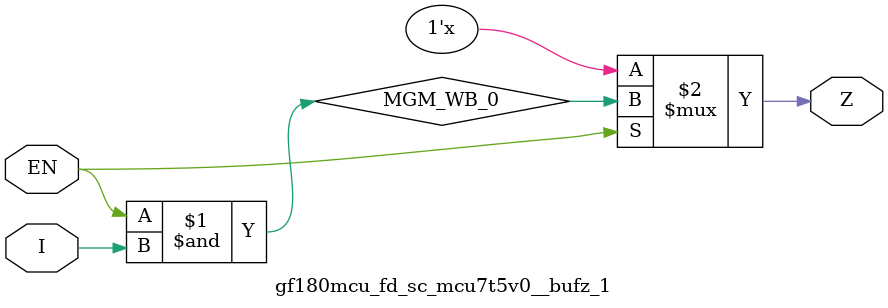
<source format=v>

module gf180mcu_fd_sc_mcu7t5v0__bufz_1( EN, I, Z );
input EN, I;
output Z;

	wire MGM_WB_0;

	wire MGM_WB_1;

	and MGM_BG_0( MGM_WB_0, EN, I );

	not MGM_BG_1( MGM_WB_1, EN );

	bufif0 MGM_BG_2( Z, MGM_WB_0,MGM_WB_1 );

endmodule

</source>
